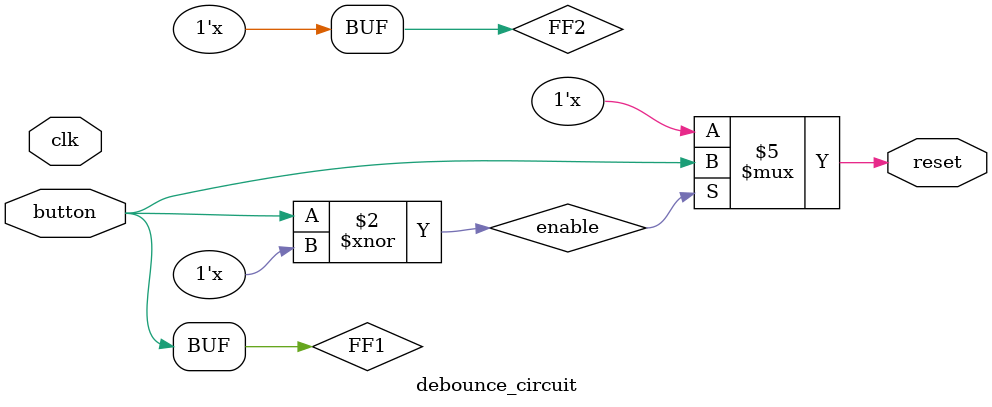
<source format=v>
module debounce_circuit/*(clk, in, out);(
    input clk,
    input PB,  // "PB" is the glitchy, asynchronous to clk, active low push-button signal

    // from which we make three outputs, all synchronous to the clock
    output reg PB_state,  // 1 as long as the push-button is active (down)
    output PB_down,  // 1 for one clock cycle when the push-button goes down (i.e. just pushed)
    output PB_up   // 1 for one clock cycle when the push-button goes up (i.e. just released)
);*/(clk, button, reset);

/*input clk, in;
output out;

reg dff1, dff2;

always @(posedge clk) begin
	$display("1");
	dff1 = in;
end

always @(posedge clk) begin
	$display("2");
	dff2 = dff1;
end

assign out = dff1 & dff2;*/




/*// First use two flip-flops to synchronize the PB signal the "clk" clock domain
reg PB_sync_0;  always @(posedge clk) PB_sync_0 = ~PB;  // invert PB to make PB_sync_0 active high
reg PB_sync_1;  always @(posedge clk) PB_sync_1 = PB_sync_0;

// Next declare a 16-bits counter
reg [15:0] PB_cnt;

// When the push-button is pushed or released, we increment the counter
// The counter has to be maxed out before we decide that the push-button state has changed

wire PB_idle = (PB_state==PB_sync_1);
wire PB_cnt_max = &PB_cnt;	// true when all bits of PB_cnt are 1's

always @(posedge clk)
if(PB_idle)
    PB_cnt = 0;  // nothing's going on
else
begin
    PB_cnt = PB_cnt + 16'd1;  // something's going on, increment the counter
    if(PB_cnt_max) PB_state = ~PB_state;  // if the counter is maxed out, PB changed!
end

assign PB_down = ~PB_idle & PB_cnt_max & ~PB_state;
assign PB_up   = ~PB_idle & PB_cnt_max &  PB_state;*/


input clk;
input button;
output reset;
reg reset;

reg FF1, FF2;
wire enable;

always @(clk or button) begin
	FF1 <= button;
	FF2 <= FF1;
end

/*always @(clk or FF1 or FF2) begin
	if(FF1 == FF2)
		enable <= 1'b1;
	else
		enable <= 1'b0;
end*/

assign enable = FF1 ~^ FF2;

always @(clk or enable or FF2) begin  //to FF2 to xreiazetai?!
	if(enable == 1'b1)
		reset <= FF1;
end

endmodule 
</source>
